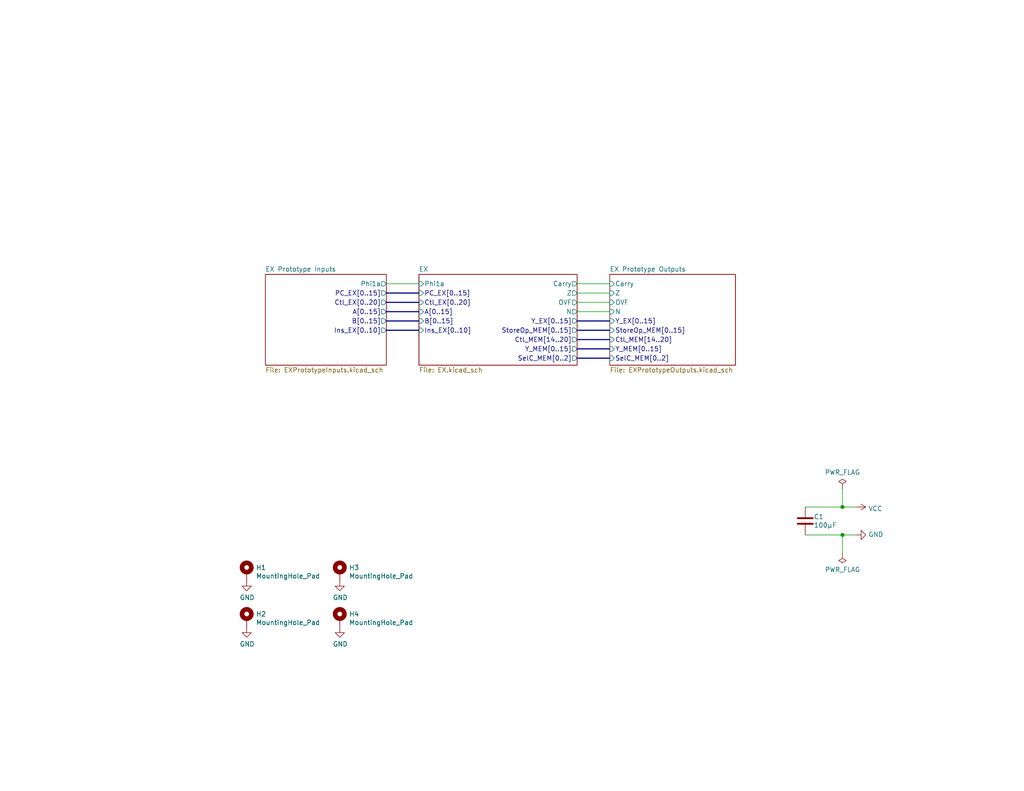
<source format=kicad_sch>
(kicad_sch (version 20211123) (generator eeschema)
  (paper "USLetter")
  (title_block (title "Turtle16: EX") (date "2022-09-24") (rev "B") (comment 4 "EX module containing operand selection and the ALU"))
  (lib_symbols
    (symbol "Device:C" (pin_numbers hide) (pin_names (offset 0.254))
      (property "Reference" "C" (at 0.635 2.54 0))
      (property "Value" "C" (at 0.635 -2.54 0))
      (symbol "C_0_1"
        (polyline (pts (xy -2.032 -0.762) (xy 2.032 -0.762)) (stroke (width 0.508)))
        (polyline (pts (xy -2.032 0.762) (xy 2.032 0.762)) (stroke (width 0.508)))
      )
      (symbol "C_1_1"
        (pin passive line (at 0 3.81 270) (length 2.794) (name "~") (number "1"))
        (pin passive line (at 0 -3.81 90) (length 2.794) (name "~") (number "2"))
      )
    )
    (symbol "Mechanical:MountingHole_Pad" (pin_numbers hide) (pin_names (offset 1.016) hide)
      (property "Reference" "H" (at 0 6.35 0))
      (property "Value" "MountingHole_Pad" (at 0 4.445 0))
      (symbol "MountingHole_Pad_0_1"
        (circle (center 0 1.27) (radius 1.27) (stroke (width 1.27)))
      )
      (symbol "MountingHole_Pad_1_1"
        (pin input line (at 0 -2.54 90) (length 2.54) (name "1") (number "1"))
      )
    )
    (symbol "power:GND" (power) (pin_names (offset 0))
      (property "Value" "GND" (at 0 -3.81 0))
      (symbol "GND_0_1"
        (polyline (pts (xy 0 0) (xy 0 -1.27) (xy 1.27 -1.27) (xy 0 -2.54) (xy -1.27 -1.27) (xy 0 -1.27)))
      )
      (symbol "GND_1_1"
        (pin power_in line (at 0 0 270) (length 0) hide (name "GND") (number "1"))
      )
    )
    (symbol "power:PWR_FLAG" (power) (pin_numbers hide) (pin_names (offset 0) hide)
      (property "Value" "PWR_FLAG" (at 0 3.81 0))
      (symbol "PWR_FLAG_0_0"
        (pin power_out line (at 0 0 90) (length 0) (name "pwr") (number "1"))
      )
      (symbol "PWR_FLAG_0_1"
        (polyline (pts (xy 0 0) (xy 0 1.27) (xy -1.016 1.905) (xy 0 2.54) (xy 1.016 1.905) (xy 0 1.27)))
      )
    )
    (symbol "power:VCC" (power) (pin_names (offset 0))
      (property "Value" "VCC" (at 0 3.81 0))
      (symbol "VCC_0_1"
        (polyline (pts (xy -0.762 1.27) (xy 0 2.54)))
        (polyline (pts (xy 0 0) (xy 0 2.54)))
        (polyline (pts (xy 0 2.54) (xy 0.762 1.27)))
      )
      (symbol "VCC_1_1"
        (pin power_in line (at 0 0 90) (length 0) hide (name "VCC") (number "1"))
      )
    )
  )
  (junction (at 229.87 146.05))
  (junction (at 229.87 138.43))
  (wire (pts (xy 219.71 146.05) (xy 229.87 146.05)))
  (bus (pts (xy 157.48 97.79) (xy 166.37 97.79)))
  (bus (pts (xy 157.48 90.17) (xy 166.37 90.17)))
  (wire (pts (xy 233.68 138.43) (xy 229.87 138.43)))
  (wire (pts (xy 157.48 77.47) (xy 166.37 77.47)))
  (bus (pts (xy 105.41 87.63) (xy 114.3 87.63)))
  (bus (pts (xy 157.48 95.25) (xy 166.37 95.25)))
  (wire (pts (xy 157.48 82.55) (xy 166.37 82.55)))
  (wire (pts (xy 229.87 133.35) (xy 229.87 138.43)))
  (wire (pts (xy 157.48 80.01) (xy 166.37 80.01)))
  (wire (pts (xy 157.48 85.09) (xy 166.37 85.09)))
  (wire (pts (xy 105.41 77.47) (xy 114.3 77.47)))
  (wire (pts (xy 229.87 151.13) (xy 229.87 146.05)))
  (bus (pts (xy 105.41 80.01) (xy 114.3 80.01)))
  (bus (pts (xy 105.41 82.55) (xy 114.3 82.55)))
  (bus (pts (xy 105.41 85.09) (xy 114.3 85.09)))
  (bus (pts (xy 157.48 92.71) (xy 166.37 92.71)))
  (bus (pts (xy 105.41 90.17) (xy 114.3 90.17)))
  (wire (pts (xy 229.87 146.05) (xy 233.68 146.05)))
  (wire (pts (xy 219.71 138.43) (xy 229.87 138.43)))
  (bus (pts (xy 157.48 87.63) (xy 166.37 87.63)))
  (symbol (lib_id "Mechanical:MountingHole_Pad") (at 67.31 156.21 0) (unit 1)
    (property "Reference" "H1" (at 69.85 154.9654 0) (effects (justify left)))
    (property "Value" "MountingHole_Pad" (at 69.85 157.2768 0) (effects (justify left)))
    (property "Footprint" "MountingHole:MountingHole_3.2mm_M3_Pad" (effects hide))
  )
  (symbol (lib_id "Mechanical:MountingHole_Pad") (at 92.71 156.21 0) (unit 1)
    (property "Reference" "H3" (at 95.25 154.9654 0) (effects (justify left)))
    (property "Value" "MountingHole_Pad" (at 95.25 157.2768 0) (effects (justify left)))
    (property "Footprint" "MountingHole:MountingHole_3.2mm_M3_Pad" (effects hide))
  )
  (symbol (lib_id "power:GND") (at 67.31 158.75 0) (unit 1)
    (property "Reference" "#PWR01" (effects hide))
    (property "Value" "GND" (at 67.437 163.1442 0))
  )
  (symbol (lib_id "power:GND") (at 92.71 158.75 0) (unit 1)
    (property "Reference" "#PWR03" (effects hide))
    (property "Value" "GND" (at 92.837 163.1442 0))
  )
  (symbol (lib_id "Mechanical:MountingHole_Pad") (at 67.31 168.91 0) (unit 1)
    (property "Reference" "H2" (at 69.85 167.6654 0) (effects (justify left)))
    (property "Value" "MountingHole_Pad" (at 69.85 169.9768 0) (effects (justify left)))
    (property "Footprint" "MountingHole:MountingHole_3.2mm_M3_Pad" (effects hide))
  )
  (symbol (lib_id "Mechanical:MountingHole_Pad") (at 92.71 168.91 0) (unit 1)
    (property "Reference" "H4" (at 95.25 167.6654 0) (effects (justify left)))
    (property "Value" "MountingHole_Pad" (at 95.25 169.9768 0) (effects (justify left)))
    (property "Footprint" "MountingHole:MountingHole_3.2mm_M3_Pad" (effects hide))
  )
  (symbol (lib_id "power:GND") (at 67.31 171.45 0) (unit 1)
    (property "Reference" "#PWR02" (effects hide))
    (property "Value" "GND" (at 67.437 175.8442 0))
  )
  (symbol (lib_id "power:GND") (at 92.71 171.45 0) (unit 1)
    (property "Reference" "#PWR04" (effects hide))
    (property "Value" "GND" (at 92.837 175.8442 0))
  )
  (symbol (lib_id "power:VCC") (at 233.68 138.43 270) (unit 1)
    (property "Reference" "#PWR05" (effects hide))
    (property "Value" "VCC" (at 236.9312 138.8618 90) (effects (justify left)))
  )
  (symbol (lib_id "power:GND") (at 233.68 146.05 90) (unit 1)
    (property "Reference" "#PWR06" (effects hide))
    (property "Value" "GND" (at 236.9312 145.923 90) (effects (justify right)))
  )
  (symbol (lib_id "Device:C") (at 219.71 142.24 0) (unit 1)
    (property "Reference" "C1" (at 222.0468 141.0716 0) (effects (justify left)))
    (property "Value" "100µF" (at 222.0468 143.383 0) (effects (justify left)))
    (property "Footprint" "Capacitor_SMD:C_1206_3216Metric_Pad1.33x1.80mm_HandSolder" (effects hide))
    (property "Mouser" "https://www.mouser.com/ProductDetail/963-AMK316ABJ107ML-T" (effects hide))
  )
  (symbol (lib_id "power:PWR_FLAG") (at 229.87 151.13 180) (unit 1)
    (property "Reference" "#FLG02" (effects hide))
    (property "Value" "PWR_FLAG" (at 229.87 155.5242 0))
  )
  (symbol (lib_id "power:PWR_FLAG") (at 229.87 133.35 0) (unit 1)
    (property "Reference" "#FLG01" (effects hide))
    (property "Value" "PWR_FLAG" (at 229.87 128.9558 0))
  )
  (sheet (at 114.3 74.93) (size 43.18 24.765)
    (property "Sheet name" "EX" (at 114.3 74.2184 0) (effects (justify left bottom)))
    (property "Sheet file" "EX.kicad_sch" (at 114.3 100.2796 0) (effects (justify left top)))
    (pin "Y_MEM[0..15]" output (at 157.48 95.25 0))
    (pin "Ctl_MEM[14..20]" output (at 157.48 92.71 0))
    (pin "Z" output (at 157.48 80.01 0))
    (pin "Carry" output (at 157.48 77.47 0))
    (pin "OVF" output (at 157.48 82.55 0))
    (pin "StoreOp_MEM[0..15]" output (at 157.48 90.17 0))
    (pin "SelC_MEM[0..2]" output (at 157.48 97.79 0))
    (pin "Ctl_EX[0..20]" input (at 114.3 82.55 180))
    (pin "PC_EX[0..15]" input (at 114.3 80.01 180))
    (pin "Ins_EX[0..10]" input (at 114.3 90.17 180))
    (pin "A[0..15]" input (at 114.3 85.09 180))
    (pin "B[0..15]" input (at 114.3 87.63 180))
    (pin "Y_EX[0..15]" output (at 157.48 87.63 0))
    (pin "Phi1a" input (at 114.3 77.47 180))
    (pin "N" output (at 157.48 85.09 0))
  )
  (sheet (at 72.39 74.93) (size 33.02 24.765) (stroke (width 0.1524))
    (property "Sheet name" "EX Prototype Inputs" (at 72.39 74.2184 0) (effects (justify left bottom)))
    (property "Sheet file" "EXPrototypeInputs.kicad_sch" (at 72.39 100.2796 0) (effects (justify left top)))
    (pin "Phi1a" output (at 105.41 77.47 0))
    (pin "Ctl_EX[0..20]" output (at 105.41 82.55 0))
    (pin "Ins_EX[0..10]" output (at 105.41 90.17 0))
    (pin "B[0..15]" output (at 105.41 87.63 0))
    (pin "A[0..15]" output (at 105.41 85.09 0))
    (pin "PC_EX[0..15]" output (at 105.41 80.01 0))
  )
  (sheet (at 166.37 74.93) (size 34.29 24.765) (stroke (width 0.1524))
    (property "Sheet name" "EX Prototype Outputs" (at 166.37 74.2184 0) (effects (justify left bottom)))
    (property "Sheet file" "EXPrototypeOutputs.kicad_sch" (at 166.37 100.2796 0) (effects (justify left top)))
    (pin "OVF" input (at 166.37 82.55 180))
    (pin "StoreOp_MEM[0..15]" input (at 166.37 90.17 180))
    (pin "Z" input (at 166.37 80.01 180))
    (pin "Carry" input (at 166.37 77.47 180))
    (pin "Ctl_MEM[14..20]" input (at 166.37 92.71 180))
    (pin "SelC_MEM[0..2]" input (at 166.37 97.79 180))
    (pin "Y_EX[0..15]" input (at 166.37 87.63 180))
    (pin "Y_MEM[0..15]" input (at 166.37 95.25 180))
    (pin "N" input (at 166.37 85.09 180))
  )
)
</source>
